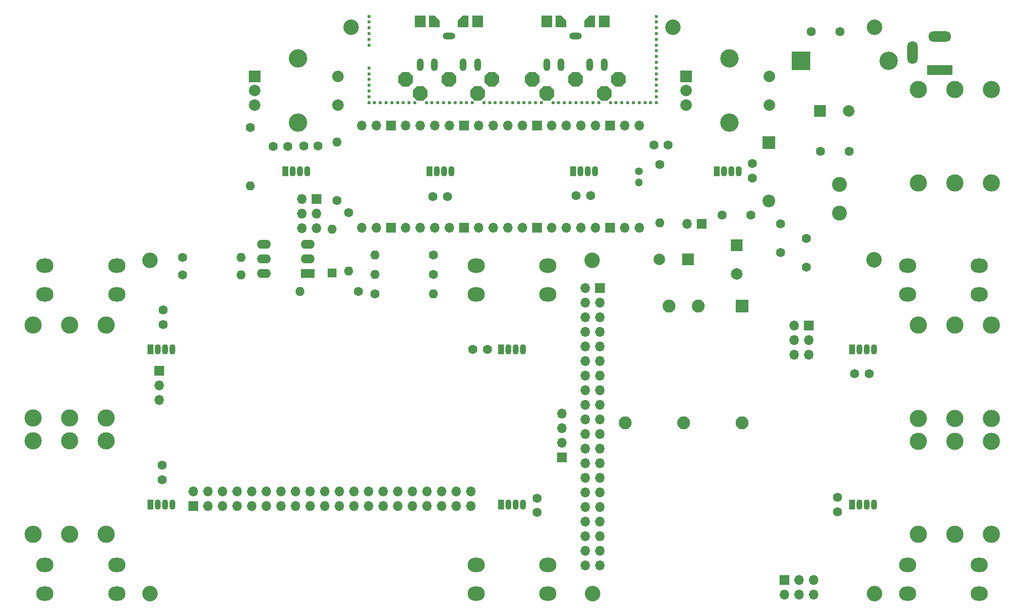
<source format=gbr>
%TF.GenerationSoftware,KiCad,Pcbnew,7.0.1.1-36-gbcf78dbe24-dirty-deb11*%
%TF.CreationDate,2023-04-07T13:39:21+00:00*%
%TF.ProjectId,pedalboard-hw,70656461-6c62-46f6-9172-642d68772e6b,1.0.2*%
%TF.SameCoordinates,Original*%
%TF.FileFunction,Soldermask,Bot*%
%TF.FilePolarity,Negative*%
%FSLAX46Y46*%
G04 Gerber Fmt 4.6, Leading zero omitted, Abs format (unit mm)*
G04 Created by KiCad (PCBNEW 7.0.1.1-36-gbcf78dbe24-dirty-deb11) date 2023-04-07 13:39:21*
%MOMM*%
%LPD*%
G01*
G04 APERTURE LIST*
G04 Aperture macros list*
%AMRoundRect*
0 Rectangle with rounded corners*
0 $1 Rounding radius*
0 $2 $3 $4 $5 $6 $7 $8 $9 X,Y pos of 4 corners*
0 Add a 4 corners polygon primitive as box body*
4,1,4,$2,$3,$4,$5,$6,$7,$8,$9,$2,$3,0*
0 Add four circle primitives for the rounded corners*
1,1,$1+$1,$2,$3*
1,1,$1+$1,$4,$5*
1,1,$1+$1,$6,$7*
1,1,$1+$1,$8,$9*
0 Add four rect primitives between the rounded corners*
20,1,$1+$1,$2,$3,$4,$5,0*
20,1,$1+$1,$4,$5,$6,$7,0*
20,1,$1+$1,$6,$7,$8,$9,0*
20,1,$1+$1,$8,$9,$2,$3,0*%
%AMFreePoly0*
4,1,17,0.553688,1.285921,1.285921,0.553688,1.300800,0.517767,1.300800,-0.517767,1.285921,-0.553688,0.553688,-1.285921,0.517767,-1.300800,-0.517767,-1.300800,-0.553688,-1.285921,-1.285921,-0.553688,-1.300800,-0.517767,-1.300800,0.517767,-1.285921,0.553688,-0.553688,1.285921,-0.517767,1.300800,0.517767,1.300800,0.553688,1.285921,0.553688,1.285921,$1*%
%AMFreePoly1*
4,1,14,0.935921,1.035921,0.950800,1.000000,0.950800,-0.100000,0.935921,-0.135921,0.035921,-1.035921,0.000000,-1.050800,-0.900000,-1.050800,-0.935921,-1.035921,-0.950800,-1.000000,-0.950800,1.000000,-0.935921,1.035921,-0.900000,1.050800,0.900000,1.050800,0.935921,1.035921,0.935921,1.035921,$1*%
%AMFreePoly2*
4,1,14,0.935921,1.035921,0.950800,1.000000,0.950800,-1.000000,0.935921,-1.035921,0.900000,-1.050800,0.000000,-1.050800,-0.035921,-1.035921,-0.935921,-0.135921,-0.950800,-0.100000,-0.950800,1.000000,-0.935921,1.035921,-0.900000,1.050800,0.900000,1.050800,0.935921,1.035921,0.935921,1.035921,$1*%
G04 Aperture macros list end*
%ADD10C,2.700000*%
%ADD11C,1.600000*%
%ADD12O,1.200000X2.200000*%
%ADD13O,2.200000X1.200000*%
%ADD14C,3.000000*%
%ADD15R,4.400000X1.800000*%
%ADD16O,4.000000X1.800000*%
%ADD17O,1.800000X4.000000*%
%ADD18O,1.600000X1.600000*%
%ADD19R,1.070000X1.800000*%
%ADD20O,1.070000X1.800000*%
%ADD21R,2.250000X2.250000*%
%ADD22C,2.250000*%
%ADD23R,1.700000X1.700000*%
%ADD24O,1.700000X1.700000*%
%ADD25C,0.600000*%
%ADD26O,3.000000X2.500000*%
%ADD27R,2.400000X1.600000*%
%ADD28O,2.400000X1.600000*%
%ADD29C,2.600000*%
%ADD30FreePoly0,180.000000*%
%ADD31FreePoly0,270.000000*%
%ADD32FreePoly1,180.000000*%
%ADD33RoundRect,0.050800X0.900000X1.000000X-0.900000X1.000000X-0.900000X-1.000000X0.900000X-1.000000X0*%
%ADD34FreePoly2,180.000000*%
%ADD35R,2.000000X2.000000*%
%ADD36C,2.000000*%
%ADD37C,3.200000*%
%ADD38R,1.600000X1.600000*%
%ADD39R,3.200000X3.200000*%
%ADD40O,3.200000X3.200000*%
%ADD41R,2.200000X2.200000*%
%ADD42O,2.200000X2.200000*%
%ADD43C,1.350000*%
%ADD44O,1.350000X1.350000*%
G04 APERTURE END LIST*
D10*
%TO.C,H1*%
X168020000Y-121500000D03*
%TD*%
D11*
%TO.C,C5*%
X146800000Y-46700000D03*
X146800000Y-49200000D03*
%TD*%
D12*
%TO.C,J16*%
X121000000Y-29500000D03*
X118500000Y-29500000D03*
D13*
X116000000Y-24500000D03*
D12*
X111000000Y-29500000D03*
X113500000Y-29500000D03*
%TD*%
D10*
%TO.C,H7*%
X133000000Y-23000000D03*
%TD*%
D14*
%TO.C,J12*%
X28050000Y-111200000D03*
X28050000Y-94970000D03*
X21700000Y-111200000D03*
X21700000Y-94970000D03*
X34400000Y-111200000D03*
X34400000Y-94970000D03*
%TD*%
D11*
%TO.C,C16*%
X158637600Y-44600000D03*
X163637600Y-44600000D03*
%TD*%
D15*
%TO.C,J13*%
X179400000Y-30400000D03*
D16*
X179400000Y-24600000D03*
D17*
X174600000Y-27400000D03*
%TD*%
D11*
%TO.C,L5*%
X130700000Y-46820000D03*
D18*
X130700000Y-56980000D03*
%TD*%
D19*
%TO.C,D3*%
X115600000Y-48000000D03*
D20*
X116870000Y-48000000D03*
X118140000Y-48000000D03*
X119410000Y-48000000D03*
%TD*%
D14*
%TO.C,J11*%
X28085000Y-91000000D03*
X28085000Y-74770000D03*
X21735000Y-91000000D03*
X21735000Y-74770000D03*
X34435000Y-91000000D03*
X34435000Y-74770000D03*
%TD*%
D21*
%TO.C,PS1*%
X144960000Y-71520000D03*
D22*
X137340000Y-71520000D03*
X132260000Y-71520000D03*
X124640000Y-91840000D03*
X134800000Y-91840000D03*
X144960000Y-91840000D03*
%TD*%
D14*
%TO.C,J10*%
X181950000Y-94995000D03*
X181950000Y-111225000D03*
X188300000Y-94995000D03*
X188300000Y-111225000D03*
X175600000Y-94995000D03*
X175600000Y-111225000D03*
%TD*%
D10*
%TO.C,H5*%
X42000000Y-63500000D03*
%TD*%
D19*
%TO.C,D4*%
X140600000Y-48000000D03*
D20*
X141870000Y-48000000D03*
X143140000Y-48000000D03*
X144410000Y-48000000D03*
%TD*%
D11*
%TO.C,C10*%
X109310000Y-104930000D03*
X109310000Y-107430000D03*
%TD*%
D19*
%TO.C,D7*%
X103100000Y-106000000D03*
D20*
X104370000Y-106000000D03*
X105640000Y-106000000D03*
X106910000Y-106000000D03*
%TD*%
D10*
%TO.C,H3*%
X118980000Y-121520000D03*
%TD*%
D23*
%TO.C,J7*%
X49590000Y-106320000D03*
D24*
X49590000Y-103780000D03*
X52130000Y-106320000D03*
X52130000Y-103780000D03*
X54670000Y-106320000D03*
X54670000Y-103780000D03*
X57210000Y-106320000D03*
X57210000Y-103780000D03*
X59750000Y-106320000D03*
X59750000Y-103780000D03*
X62290000Y-106320000D03*
X62290000Y-103780000D03*
X64830000Y-106320000D03*
X64830000Y-103780000D03*
X67370000Y-106320000D03*
X67370000Y-103780000D03*
X69910000Y-106320000D03*
X69910000Y-103780000D03*
X72450000Y-106320000D03*
X72450000Y-103780000D03*
X74990000Y-106320000D03*
X74990000Y-103780000D03*
X77530000Y-106320000D03*
X77530000Y-103780000D03*
X80070000Y-106320000D03*
X80070000Y-103780000D03*
X82610000Y-106320000D03*
X82610000Y-103780000D03*
X85150000Y-106320000D03*
X85150000Y-103780000D03*
X87690000Y-106320000D03*
X87690000Y-103780000D03*
X90230000Y-106320000D03*
X90230000Y-103780000D03*
X92770000Y-106320000D03*
X92770000Y-103780000D03*
X95310000Y-106320000D03*
X95310000Y-103780000D03*
X97850000Y-106320000D03*
X97850000Y-103780000D03*
%TD*%
D11*
%TO.C,C11*%
X161620000Y-107300000D03*
X161620000Y-104800000D03*
%TD*%
D25*
%TO.C,H10*%
X80100000Y-21075000D03*
X80100000Y-22075000D03*
X80100000Y-23075000D03*
X80100000Y-24075000D03*
X80100000Y-25075000D03*
X80100000Y-26075000D03*
X80100000Y-30075000D03*
X80100000Y-31075000D03*
X80100000Y-32075000D03*
X80100000Y-33075000D03*
X80100000Y-34075000D03*
X80100000Y-35075000D03*
X80100000Y-36075000D03*
X81100000Y-36075000D03*
X82100000Y-36075000D03*
X83100000Y-36075000D03*
X84100000Y-36075000D03*
X85100000Y-36075000D03*
X86100000Y-36075000D03*
X87100000Y-36075000D03*
X88100000Y-36075000D03*
X90100000Y-36075000D03*
X91100000Y-36075000D03*
X92100000Y-36075000D03*
X93100000Y-36075000D03*
X94100000Y-36075000D03*
X95100000Y-36075000D03*
X96100000Y-36075000D03*
X97100000Y-36075000D03*
X98100000Y-36075000D03*
X100100000Y-36075000D03*
X101100000Y-36075000D03*
X102100000Y-36075000D03*
X103100000Y-36075000D03*
X104100000Y-36075000D03*
X105100000Y-36075000D03*
X106100000Y-36075000D03*
X107100000Y-36075000D03*
X108100000Y-36075000D03*
X109100000Y-36075000D03*
X110100000Y-36075000D03*
X112100000Y-36075000D03*
X113100000Y-36075000D03*
X114100000Y-36075000D03*
X115100000Y-36075000D03*
X116100000Y-36075000D03*
X117100000Y-36075000D03*
X118100000Y-36075000D03*
X119100000Y-36075000D03*
X120100000Y-36075000D03*
X122100000Y-36075000D03*
X123100000Y-36075000D03*
X124100000Y-36075000D03*
X125100000Y-36075000D03*
X126100000Y-36075000D03*
X127100000Y-36075000D03*
X128100000Y-36075000D03*
X129100000Y-36075000D03*
X130100000Y-21075000D03*
X130100000Y-22075000D03*
X130100000Y-23075000D03*
X130100000Y-24075000D03*
X130100000Y-25075000D03*
X130100000Y-26075000D03*
X130100000Y-27075000D03*
X130100000Y-28075000D03*
X130100000Y-29075000D03*
X130100000Y-30075000D03*
X130100000Y-31075000D03*
X130100000Y-32075000D03*
X130100000Y-33075000D03*
X130100000Y-34075000D03*
X130100000Y-35075000D03*
X130100000Y-36075000D03*
%TD*%
D11*
%TO.C,C9*%
X44155000Y-101700000D03*
X44155000Y-99200000D03*
%TD*%
D26*
%TO.C,SW2*%
X98750000Y-64500000D03*
X111250000Y-64500000D03*
X98750000Y-69500000D03*
X111250000Y-69500000D03*
%TD*%
D19*
%TO.C,D9*%
X42100000Y-79000000D03*
D20*
X43370000Y-79000000D03*
X44640000Y-79000000D03*
X45910000Y-79000000D03*
%TD*%
D11*
%TO.C,R5*%
X74575000Y-53105000D03*
D18*
X74575000Y-42945000D03*
%TD*%
D27*
%TO.C,U2*%
X69475000Y-65800000D03*
D28*
X69475000Y-63260000D03*
X69475000Y-60720000D03*
X61855000Y-60720000D03*
X61855000Y-63260000D03*
X61855000Y-65800000D03*
%TD*%
D10*
%TO.C,H6*%
X77000000Y-23000000D03*
%TD*%
D29*
%TO.C,L6*%
X161900000Y-50300000D03*
X161900000Y-55300000D03*
%TD*%
D14*
%TO.C,J3*%
X181965000Y-33800000D03*
X181965000Y-50030000D03*
X188315000Y-33800000D03*
X188315000Y-50030000D03*
X175615000Y-33800000D03*
X175615000Y-50030000D03*
%TD*%
D11*
%TO.C,C1*%
X63475000Y-43700000D03*
X65975000Y-43700000D03*
%TD*%
D30*
%TO.C,J1*%
X108500000Y-32000000D03*
D31*
X116000000Y-32000000D03*
D30*
X123500000Y-32000000D03*
X111000000Y-34500000D03*
X121000000Y-34500000D03*
D32*
X118500000Y-22000000D03*
D33*
X121000000Y-22000000D03*
X111000000Y-22000000D03*
D34*
X113500000Y-22000000D03*
%TD*%
D19*
%TO.C,D2*%
X90600000Y-48000000D03*
D20*
X91870000Y-48000000D03*
X93140000Y-48000000D03*
X94410000Y-48000000D03*
%TD*%
D35*
%TO.C,SW7*%
X60250000Y-31500000D03*
D36*
X60250000Y-36500000D03*
X60250000Y-34000000D03*
D37*
X67750000Y-28400000D03*
X67750000Y-39600000D03*
D36*
X74750000Y-36500000D03*
X74750000Y-31500000D03*
%TD*%
D11*
%TO.C,C2*%
X68750000Y-43675000D03*
X71250000Y-43675000D03*
%TD*%
%TO.C,C8*%
X164570000Y-83300000D03*
X167070000Y-83300000D03*
%TD*%
D35*
%TO.C,C14*%
X144100000Y-60932323D03*
D36*
X144100000Y-65932323D03*
%TD*%
D11*
%TO.C,R1*%
X78280000Y-68980000D03*
D18*
X68120000Y-68980000D03*
%TD*%
D10*
%TO.C,H2*%
X167900000Y-63450000D03*
%TD*%
D35*
%TO.C,C15*%
X135600000Y-63400000D03*
D36*
X130600000Y-63400000D03*
%TD*%
D19*
%TO.C,D1*%
X65600000Y-48000000D03*
D20*
X66870000Y-48000000D03*
X68140000Y-48000000D03*
X69410000Y-48000000D03*
%TD*%
D11*
%TO.C,C3*%
X91250000Y-52400000D03*
X93750000Y-52400000D03*
%TD*%
D10*
%TO.C,H9*%
X42000000Y-121500000D03*
%TD*%
D14*
%TO.C,J9*%
X181950000Y-74780000D03*
X181950000Y-91010000D03*
X188300000Y-74780000D03*
X188300000Y-91010000D03*
X175600000Y-74780000D03*
X175600000Y-91010000D03*
%TD*%
D26*
%TO.C,SW1*%
X23750000Y-64500000D03*
X36250000Y-64500000D03*
X23750000Y-69500000D03*
X36250000Y-69500000D03*
%TD*%
D11*
%TO.C,C12*%
X129650000Y-43470000D03*
X132150000Y-43470000D03*
%TD*%
%TO.C,R3*%
X47695000Y-63050000D03*
D18*
X57855000Y-63050000D03*
%TD*%
D35*
%TO.C,C13*%
X158569923Y-37500000D03*
D36*
X163569923Y-37500000D03*
%TD*%
D19*
%TO.C,D5*%
X164100000Y-79000000D03*
D20*
X165370000Y-79000000D03*
X166640000Y-79000000D03*
X167910000Y-79000000D03*
%TD*%
D11*
%TO.C,R4*%
X81190000Y-69340000D03*
D18*
X91350000Y-69340000D03*
%TD*%
D19*
%TO.C,D10*%
X42100000Y-106000000D03*
D20*
X43370000Y-106000000D03*
X44640000Y-106000000D03*
X45910000Y-106000000D03*
%TD*%
D11*
%TO.C,L1*%
X76600000Y-55270000D03*
D18*
X76600000Y-65430000D03*
%TD*%
D11*
%TO.C,C18*%
X146500000Y-55700000D03*
X141500000Y-55700000D03*
%TD*%
D38*
%TO.C,D11*%
X73700000Y-65775000D03*
D18*
X73700000Y-58155000D03*
%TD*%
D11*
%TO.C,C4*%
X116150000Y-52300000D03*
X118650000Y-52300000D03*
%TD*%
D39*
%TO.C,D12*%
X155194000Y-28803600D03*
D40*
X170434000Y-28803600D03*
%TD*%
D11*
%TO.C,L2*%
X91280000Y-62575000D03*
D18*
X81120000Y-62575000D03*
%TD*%
D11*
%TO.C,F1*%
X162001200Y-23774400D03*
X157001200Y-23774400D03*
%TD*%
D10*
%TO.C,H4*%
X118900000Y-63565600D03*
%TD*%
D11*
%TO.C,C17*%
X151700000Y-57200000D03*
X151700000Y-62200000D03*
%TD*%
D19*
%TO.C,D6*%
X164100000Y-106000000D03*
D20*
X165370000Y-106000000D03*
X166640000Y-106000000D03*
X167910000Y-106000000D03*
%TD*%
D26*
%TO.C,SW6*%
X173750000Y-116500000D03*
X186250000Y-116500000D03*
X173750000Y-121500000D03*
X186250000Y-121500000D03*
%TD*%
%TO.C,SW3*%
X173750000Y-64500000D03*
X186250000Y-64500000D03*
X173750000Y-69500000D03*
X186250000Y-69500000D03*
%TD*%
D11*
%TO.C,C7*%
X100670000Y-79050000D03*
X98170000Y-79050000D03*
%TD*%
D26*
%TO.C,SW4*%
X23750000Y-116500000D03*
X36250000Y-116500000D03*
X23750000Y-121500000D03*
X36250000Y-121500000D03*
%TD*%
D10*
%TO.C,H8*%
X168000000Y-23000000D03*
%TD*%
D11*
%TO.C,L4*%
X91350000Y-65980000D03*
D18*
X81190000Y-65980000D03*
%TD*%
D35*
%TO.C,SW8*%
X135250000Y-31500000D03*
D36*
X135250000Y-36500000D03*
X135250000Y-34000000D03*
D37*
X142750000Y-28400000D03*
X142750000Y-39600000D03*
D36*
X149750000Y-36500000D03*
X149750000Y-31500000D03*
%TD*%
D11*
%TO.C,R2*%
X47695000Y-66050000D03*
D18*
X57855000Y-66050000D03*
%TD*%
D26*
%TO.C,SW5*%
X98750000Y-116500000D03*
X111250000Y-116500000D03*
X98750000Y-121500000D03*
X111250000Y-121500000D03*
%TD*%
D11*
%TO.C,C19*%
X156200000Y-64700000D03*
X156200000Y-59700000D03*
%TD*%
D30*
%TO.C,J2*%
X86505500Y-32000000D03*
D31*
X94005500Y-32000000D03*
D30*
X101505500Y-32000000D03*
X89005500Y-34500000D03*
X99005500Y-34500000D03*
D32*
X96505500Y-22000000D03*
D33*
X99005500Y-22000000D03*
X89005500Y-22000000D03*
D34*
X91505500Y-22000000D03*
%TD*%
D11*
%TO.C,C6*%
X44355000Y-72200000D03*
X44355000Y-74700000D03*
%TD*%
D41*
%TO.C,D13*%
X149606000Y-43078400D03*
D42*
X149606000Y-53238400D03*
%TD*%
D19*
%TO.C,D8*%
X103100000Y-79000000D03*
D20*
X104370000Y-79000000D03*
X105640000Y-79000000D03*
X106910000Y-79000000D03*
%TD*%
D11*
%TO.C,L3*%
X59500000Y-40445000D03*
D18*
X59500000Y-50605000D03*
%TD*%
D12*
%TO.C,J17*%
X99000000Y-29500000D03*
X96500000Y-29500000D03*
D13*
X94000000Y-24500000D03*
D12*
X89000000Y-29500000D03*
X91500000Y-29500000D03*
%TD*%
D23*
%TO.C,J6*%
X113625000Y-97780000D03*
D24*
X113625000Y-95240000D03*
X113625000Y-92700000D03*
X113625000Y-90160000D03*
%TD*%
D23*
%TO.C,J14*%
X138000000Y-57175000D03*
D24*
X135460000Y-57175000D03*
%TD*%
D43*
%TO.C,J5*%
X127000000Y-48000000D03*
D44*
X127000000Y-50000000D03*
%TD*%
D24*
%TO.C,U1*%
X127130000Y-57890000D03*
X124590000Y-57890000D03*
D23*
X122050000Y-57890000D03*
D24*
X119510000Y-57890000D03*
X116970000Y-57890000D03*
X114430000Y-57890000D03*
X111890000Y-57890000D03*
D23*
X109350000Y-57890000D03*
D24*
X106810000Y-57890000D03*
X104270000Y-57890000D03*
X101730000Y-57890000D03*
X99190000Y-57890000D03*
D23*
X96650000Y-57890000D03*
D24*
X94110000Y-57890000D03*
X91570000Y-57890000D03*
X89030000Y-57890000D03*
X86490000Y-57890000D03*
D23*
X83950000Y-57890000D03*
D24*
X81410000Y-57890000D03*
X78870000Y-57890000D03*
X78870000Y-40110000D03*
X81410000Y-40110000D03*
D23*
X83950000Y-40110000D03*
D24*
X86490000Y-40110000D03*
X89030000Y-40110000D03*
X91570000Y-40110000D03*
X94110000Y-40110000D03*
D23*
X96650000Y-40110000D03*
D24*
X99190000Y-40110000D03*
X101730000Y-40110000D03*
X104270000Y-40110000D03*
X106810000Y-40110000D03*
D23*
X109350000Y-40110000D03*
D24*
X111890000Y-40110000D03*
X114430000Y-40110000D03*
X116970000Y-40110000D03*
X119510000Y-40110000D03*
D23*
X122050000Y-40110000D03*
D24*
X124590000Y-40110000D03*
X127130000Y-40110000D03*
%TD*%
D23*
%TO.C,J4*%
X43615000Y-82790000D03*
D24*
X43615000Y-85330000D03*
X43615000Y-87870000D03*
%TD*%
D23*
%TO.C,J8*%
X120250000Y-68375600D03*
D24*
X117710000Y-68375600D03*
X120250000Y-70915600D03*
X117710000Y-70915600D03*
X120250000Y-73455600D03*
X117710000Y-73455600D03*
X120250000Y-75995600D03*
X117710000Y-75995600D03*
X120250000Y-78535600D03*
X117710000Y-78535600D03*
X120250000Y-81075600D03*
X117710000Y-81075600D03*
X120250000Y-83615600D03*
X117710000Y-83615600D03*
X120250000Y-86155600D03*
X117710000Y-86155600D03*
X120250000Y-88695600D03*
X117710000Y-88695600D03*
X120250000Y-91235600D03*
X117710000Y-91235600D03*
X120250000Y-93775600D03*
X117710000Y-93775600D03*
X120250000Y-96315600D03*
X117710000Y-96315600D03*
X120250000Y-98855600D03*
X117710000Y-98855600D03*
X120250000Y-101395600D03*
X117710000Y-101395600D03*
X120250000Y-103935600D03*
X117710000Y-103935600D03*
X120250000Y-106475600D03*
X117710000Y-106475600D03*
X120250000Y-109015600D03*
X117710000Y-109015600D03*
X120250000Y-111555600D03*
X117710000Y-111555600D03*
X120250000Y-114095600D03*
X117710000Y-114095600D03*
X120250000Y-116635600D03*
X117710000Y-116635600D03*
D23*
X156555000Y-74845600D03*
D24*
X154015000Y-74845600D03*
X156555000Y-77385600D03*
X154015000Y-77385600D03*
X156555000Y-79925600D03*
X154015000Y-79925600D03*
D23*
X152380000Y-119150600D03*
D24*
X152380000Y-121690600D03*
X154920000Y-119150600D03*
X154920000Y-121690600D03*
X157460000Y-119150600D03*
X157460000Y-121690600D03*
%TD*%
D23*
%TO.C,J15*%
X71000000Y-52850000D03*
D24*
X68460000Y-52850000D03*
X71000000Y-55390000D03*
X68460000Y-55390000D03*
X71000000Y-57930000D03*
X68460000Y-57930000D03*
%TD*%
M02*

</source>
